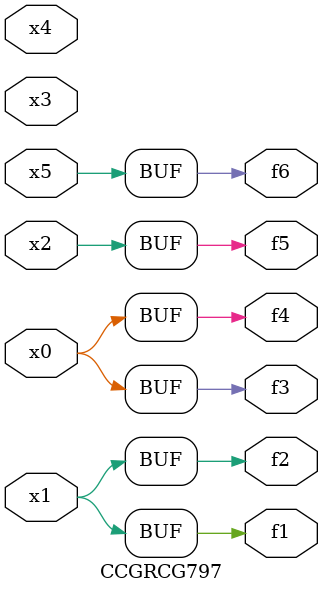
<source format=v>
module CCGRCG797(
	input x0, x1, x2, x3, x4, x5,
	output f1, f2, f3, f4, f5, f6
);
	assign f1 = x1;
	assign f2 = x1;
	assign f3 = x0;
	assign f4 = x0;
	assign f5 = x2;
	assign f6 = x5;
endmodule

</source>
